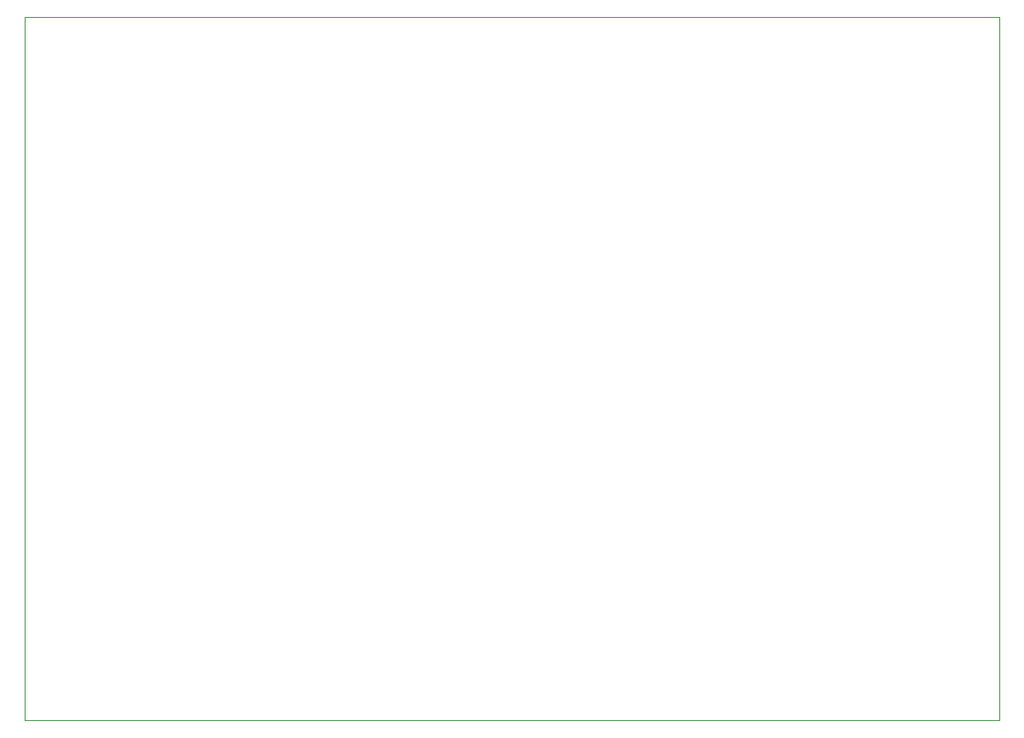
<source format=gm1>
G04*
G04 #@! TF.GenerationSoftware,Altium Limited,Altium Designer,24.2.2 (26)*
G04*
G04 Layer_Color=0*
%FSLAX44Y44*%
%MOMM*%
G71*
G04*
G04 #@! TF.SameCoordinates,FF9118C4-6FED-4B38-AEEA-9CBEA1064A6B*
G04*
G04*
G04 #@! TF.FilePolarity,Positive*
G04*
G01*
G75*
%ADD67C,0.0254*%
D67*
X250000Y250000D02*
Y950000D01*
X1220000D01*
Y250000D01*
X250000D01*
M02*

</source>
